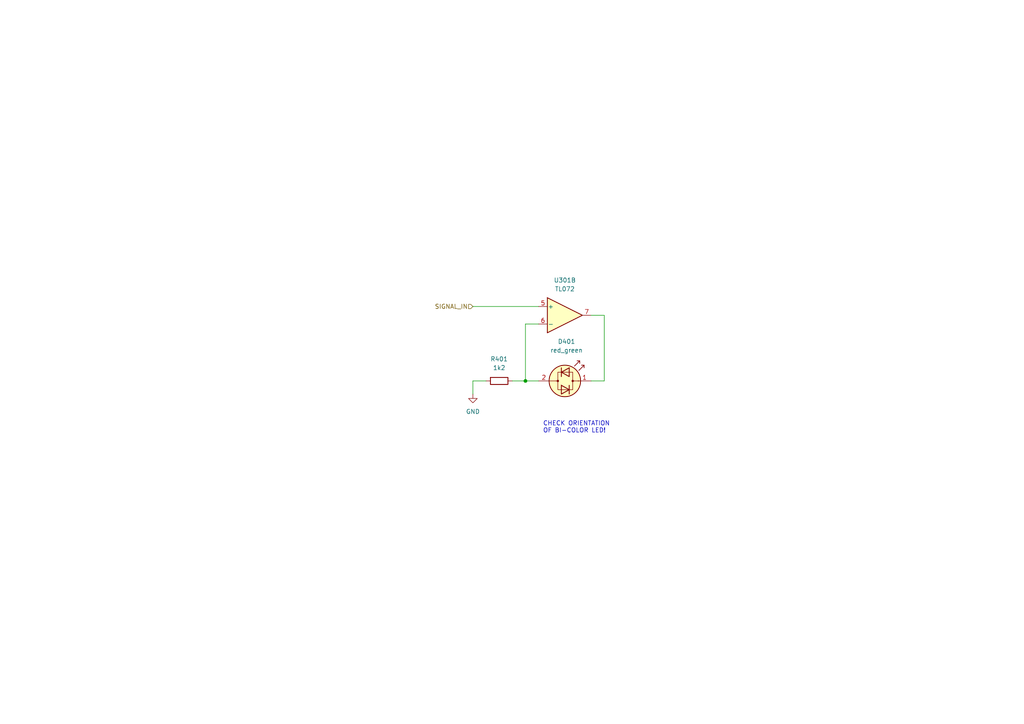
<source format=kicad_sch>
(kicad_sch (version 20211123) (generator eeschema)
  (paper "A4")
  (title_block (title "Josh Ox Ribbon Synth Mod Osc board") (date "2022-06-12") (rev "0") (comment 2 "creativecommons.org/licences/by/4.0") (comment 3 "license: CC by 4.0") (comment 4 "Author: Jordan Aceto"))
  (lib_symbols
    (symbol "Amplifier_Operational:TL072" (pin_names (offset 0.127))
      (property "Reference" "U" (at 0 5.08 0))
      (property "Value" "TL072" (at 0 -5.08 0))
      (symbol "TL072_1_1"
        (polyline (pts (xy -5.08 5.08) (xy 5.08 0) (xy -5.08 -5.08) (xy -5.08 5.08)) (stroke (width 0.254)) (fill (type background)))
        (pin output line (at 7.62 0 180) (length 2.54) (name "~") (number "1"))
        (pin input line (at -7.62 -2.54 0) (length 2.54) (name "-") (number "2"))
        (pin input line (at -7.62 2.54 0) (length 2.54) (name "+") (number "3"))
      )
      (symbol "TL072_2_1"
        (polyline (pts (xy -5.08 5.08) (xy 5.08 0) (xy -5.08 -5.08) (xy -5.08 5.08)) (stroke (width 0.254)) (fill (type background)))
        (pin input line (at -7.62 2.54 0) (length 2.54) (name "+") (number "5"))
        (pin input line (at -7.62 -2.54 0) (length 2.54) (name "-") (number "6"))
        (pin output line (at 7.62 0 180) (length 2.54) (name "~") (number "7"))
      )
      (symbol "TL072_3_1"
        (pin power_in line (at -2.54 -7.62 90) (length 3.81) (name "V-") (number "4"))
        (pin power_in line (at -2.54 7.62 270) (length 3.81) (name "V+") (number "8"))
      )
    )
    (symbol "Device:LED_Dual_Bidirectional" (pin_names (offset 0) hide)
      (property "Reference" "D" (at 0 5.715 0))
      (property "Value" "LED_Dual_Bidirectional" (at 0 -6.35 0))
      (symbol "LED_Dual_Bidirectional_0_1"
        (circle (center -2.032 0) (radius 0.254) (fill (type outline)))
        (polyline (pts (xy -4.572 0) (xy -2.54 0)))
        (polyline (pts (xy -2.032 0) (xy -2.54 0)))
        (polyline (pts (xy -1.016 3.81) (xy -1.016 1.27)) (stroke (width 0.254)))
        (polyline (pts (xy 1.27 -1.27) (xy 1.27 -3.81)) (stroke (width 0.254)))
        (polyline (pts (xy 4.064 0) (xy 2.286 0)) (fill (type outline)))
        (polyline (pts (xy 4.318 5.842) (xy 4.318 5.08)) (stroke (width 0.2032)))
        (polyline (pts (xy 5.588 4.572) (xy 5.588 3.81)) (stroke (width 0.2032)))
        (polyline (pts (xy 2.794 4.318) (xy 4.318 5.842) (xy 3.556 5.842)) (stroke (width 0.2032)))
        (polyline (pts (xy 4.064 3.048) (xy 5.588 4.572) (xy 4.826 4.572)) (stroke (width 0.2032)))
        (polyline (pts (xy -1.016 -1.27) (xy -1.016 -3.81) (xy 1.27 -2.54) (xy -1.016 -1.27)) (stroke (width 0.254)))
        (polyline (pts (xy 1.27 3.81) (xy 1.27 1.27) (xy -1.016 2.54) (xy 1.27 3.81)) (stroke (width 0.254)))
        (polyline (pts (xy 2.286 2.54) (xy -2.032 2.54) (xy -2.032 -2.54) (xy 2.286 -2.54) (xy 2.286 2.54)))
        (circle (center 0 0) (radius 4.572) (stroke (width 0.254)) (fill (type background)))
        (circle (center 2.286 0) (radius 0.254) (fill (type outline)))
      )
      (symbol "LED_Dual_Bidirectional_1_1"
        (pin input line (at 7.62 0 180) (length 3.81) (name "KA") (number "1"))
        (pin input line (at -7.62 0 0) (length 3.048) (name "AK") (number "2"))
      )
    )
    (symbol "Device:R" (pin_numbers hide) (pin_names (offset 0))
      (property "Reference" "R" (at 2.032 0 90))
      (property "Value" "R" (at 0 0 90))
      (symbol "R_0_1"
        (rectangle (start -1.016 -2.54) (end 1.016 2.54) (stroke (width 0.254)))
      )
      (symbol "R_1_1"
        (pin passive line (at 0 3.81 270) (length 1.27) (name "~") (number "1"))
        (pin passive line (at 0 -3.81 90) (length 1.27) (name "~") (number "2"))
      )
    )
    (symbol "power:GND" (power) (pin_names (offset 0))
      (property "Value" "GND" (at 0 -3.81 0))
      (symbol "GND_0_1"
        (polyline (pts (xy 0 0) (xy 0 -1.27) (xy 1.27 -1.27) (xy 0 -2.54) (xy -1.27 -1.27) (xy 0 -1.27)))
      )
      (symbol "GND_1_1"
        (pin power_in line (at 0 0 270) (length 0) hide (name "GND") (number "1"))
      )
    )
  )
  (junction (at 152.4 110.49))
  (wire (pts (xy 137.16 114.3) (xy 137.16 110.49)))
  (wire (pts (xy 152.4 110.49) (xy 152.4 93.98)))
  (wire (pts (xy 137.16 110.49) (xy 140.97 110.49)))
  (wire (pts (xy 171.45 110.49) (xy 175.26 110.49)))
  (wire (pts (xy 148.59 110.49) (xy 152.4 110.49)))
  (wire (pts (xy 175.26 91.44) (xy 171.45 91.44)))
  (wire (pts (xy 156.21 110.49) (xy 152.4 110.49)))
  (wire (pts (xy 137.16 88.9) (xy 156.21 88.9)))
  (wire (pts (xy 175.26 110.49) (xy 175.26 91.44)))
  (wire (pts (xy 152.4 93.98) (xy 156.21 93.98)))
  (text "CHECK ORIENTATION \nOF BI-COLOR LED!" (at 157.48 125.73 0) (effects (font (size 1.27 1.27)) (justify left bottom)))
  (hierarchical_label "SIGNAL_IN" (shape input) (at 137.16 88.9 180))
  (symbol (lib_id "Amplifier_Operational:TL072") (at 163.83 91.44 0) (unit 2)
    (property "Reference" "U301" (at 163.83 81.28 0))
    (property "Value" "TL072" (at 163.83 83.82 0))
    (property "Footprint" "Package_SO:SO-8_5.3x6.2mm_P1.27mm" (effects hide))
    (property "Datasheet" "http://www.ti.com/lit/ds/symlink/tl071.pdf" (effects hide))
  )
  (symbol (lib_id "power:GND") (at 137.16 114.3 0) (unit 1)
    (property "Reference" "#PWR0401" (effects hide))
    (property "Value" "GND" (at 137.16 119.38 0))
  )
  (symbol (lib_id "Device:LED_Dual_Bidirectional") (at 163.83 110.49 0) (unit 1)
    (property "Reference" "D401" (at 164.3253 99.06 0))
    (property "Value" "red_green" (at 164.3253 101.6 0))
    (property "Footprint" "LED_THT:LED_D5.0mm" (effects hide))
  )
  (symbol (lib_id "Device:R") (at 144.78 110.49 90) (unit 1)
    (property "Reference" "R401" (at 144.78 104.14 90))
    (property "Value" "1k2" (at 144.78 106.68 90))
    (property "Footprint" "Resistor_SMD:R_0805_2012Metric" (effects hide))
  )
)
</source>
